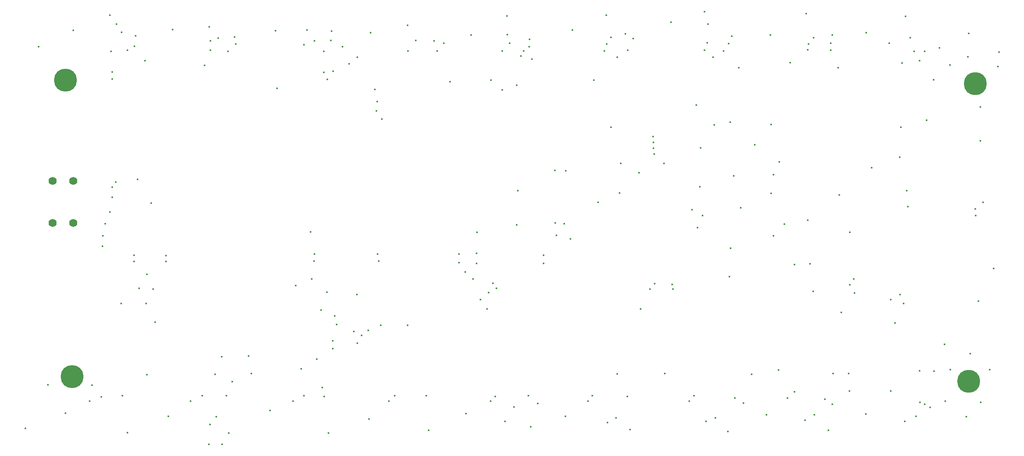
<source format=gbr>
%TF.GenerationSoftware,Altium Limited,Altium Designer,18.1.9 (240)*%
G04 Layer_Color=0*
%FSLAX26Y26*%
%MOIN*%
%TF.FileFunction,Plated,1,2,PTH,Drill*%
%TF.Part,Single*%
G01*
G75*
%TA.AperFunction,OtherDrill,Pad Free-8 (1505mil,4220mil)*%
%ADD86C,0.196850*%
%TA.AperFunction,OtherDrill,Pad Free-7 (1560mil,1680mil)*%
%ADD87C,0.196850*%
%TA.AperFunction,OtherDrill,Pad Free-5 (9230mil,1640mil)*%
%ADD88C,0.196850*%
%TA.AperFunction,OtherDrill,Pad Free-4 (9287.426mil,4190mil)*%
%ADD89C,0.196850*%
%TA.AperFunction,ComponentDrill*%
%ADD90C,0.069291*%
%TA.AperFunction,ViaDrill,NotFilled*%
%ADD91C,0.015000*%
D86*
X1505000Y4220000D02*
D03*
D87*
X1560000Y1680000D02*
D03*
D88*
X9230000Y1640000D02*
D03*
D89*
X9287426Y4190000D02*
D03*
D90*
X1395000Y2995945D02*
D03*
Y3355000D02*
D03*
X1570197Y2995945D02*
D03*
Y3355000D02*
D03*
D91*
X8640000Y3560000D02*
D03*
X9331451Y3700000D02*
D03*
Y3990000D02*
D03*
X8930000Y4223609D02*
D03*
X3315000Y4150000D02*
D03*
X6900000Y4005000D02*
D03*
X7855000Y3020870D02*
D03*
X7560000Y3408476D02*
D03*
X7610000Y3520000D02*
D03*
X9210000Y1335000D02*
D03*
X8350000Y1358024D02*
D03*
X7500000Y1351569D02*
D03*
X5780814Y1340000D02*
D03*
X4930000Y1364147D02*
D03*
X4100000Y1315000D02*
D03*
X3255000Y1390000D02*
D03*
X2385000Y1340000D02*
D03*
X1505000Y1365000D02*
D03*
X1568928Y4645000D02*
D03*
X2420000Y4653550D02*
D03*
X3300000Y4643431D02*
D03*
X4112638Y4625000D02*
D03*
X4975000Y4606462D02*
D03*
X9230000Y4620000D02*
D03*
X8355000Y4625000D02*
D03*
X7535000Y4606462D02*
D03*
X5840000Y4650000D02*
D03*
X6245000Y3254421D02*
D03*
X6061048Y3173032D02*
D03*
X7220000Y3401018D02*
D03*
X6936850Y3640000D02*
D03*
X7185000Y2535000D02*
D03*
X7540000Y3250000D02*
D03*
X6685000Y4715000D02*
D03*
X9335174Y1460000D02*
D03*
X8900000Y1415000D02*
D03*
X8855000Y1442025D02*
D03*
X1730000Y1605000D02*
D03*
X8815000Y1460000D02*
D03*
X8245769Y2515000D02*
D03*
X8710000Y3137196D02*
D03*
X1985000Y4630000D02*
D03*
X5545000Y1450000D02*
D03*
X7305000Y1451976D02*
D03*
X8065000Y1442025D02*
D03*
X9030000Y1470000D02*
D03*
X9244256Y1875000D02*
D03*
X8700000Y3271508D02*
D03*
X7195000Y2780000D02*
D03*
X6865000Y3110000D02*
D03*
X8730000Y4583191D02*
D03*
X7905000D02*
D03*
X6995000Y4539755D02*
D03*
X6170000Y4584755D02*
D03*
X5303550Y4535000D02*
D03*
X4500000Y4560000D02*
D03*
X3635000Y4555000D02*
D03*
X2810000Y4580245D02*
D03*
X8140000Y2230000D02*
D03*
X4320000Y1515000D02*
D03*
X5160000Y2480000D02*
D03*
X5190000Y2435000D02*
D03*
X6505000Y2430000D02*
D03*
X8215000Y2915000D02*
D03*
X8255000Y2395000D02*
D03*
X9290000Y3060000D02*
D03*
X4150000Y4140000D02*
D03*
X4000000Y4415000D02*
D03*
X2185000Y4385000D02*
D03*
X2237000Y3165000D02*
D03*
X2895000Y4465000D02*
D03*
X5495000Y4400000D02*
D03*
X5400000Y4425000D02*
D03*
X5470000Y4505000D02*
D03*
X5425000Y4468431D02*
D03*
X6970000Y4805000D02*
D03*
X7045000Y4415000D02*
D03*
X7135000Y4470000D02*
D03*
X7860000Y4530000D02*
D03*
X8810000Y4385000D02*
D03*
X9225000Y4420000D02*
D03*
X8765000Y4465000D02*
D03*
X8645000Y2384000D02*
D03*
X8565000Y2340000D02*
D03*
X8600000Y2140000D02*
D03*
X8675000Y2305000D02*
D03*
X6545000Y2475000D02*
D03*
X5595000Y2720000D02*
D03*
X6695174Y2470000D02*
D03*
X9355000Y3173032D02*
D03*
X9287426Y3117426D02*
D03*
X3715000Y4465000D02*
D03*
X1940000Y4700000D02*
D03*
X2095000Y4510000D02*
D03*
X2035000Y4475000D02*
D03*
X3775000Y4560000D02*
D03*
X4656569Y4555000D02*
D03*
X4199370Y2120000D02*
D03*
X1980000Y2305000D02*
D03*
X3970000Y2065000D02*
D03*
X4430000Y2120000D02*
D03*
X7655000Y2985000D02*
D03*
X7560000Y2885000D02*
D03*
X6910000Y2955000D02*
D03*
X1904000Y3303732D02*
D03*
X1905000Y3215000D02*
D03*
X1160000Y1235000D02*
D03*
X2730000Y1100000D02*
D03*
X2845000D02*
D03*
X7830000Y1305000D02*
D03*
X6010000Y1515000D02*
D03*
X5465000D02*
D03*
X5340000Y1420000D02*
D03*
X5180000Y1510000D02*
D03*
X5265000Y1295000D02*
D03*
X8810000Y1730000D02*
D03*
X9410000Y1740000D02*
D03*
X6880000Y1515000D02*
D03*
X7605000Y1735000D02*
D03*
X9075000Y1740000D02*
D03*
X8935000Y1725000D02*
D03*
X6225000Y1702336D02*
D03*
X7910000Y1351569D02*
D03*
X2090000Y2665000D02*
D03*
X2365000D02*
D03*
X3630000Y2670000D02*
D03*
X4185000D02*
D03*
X4870000Y2655630D02*
D03*
X5020000Y2650000D02*
D03*
X5595000D02*
D03*
X6700000Y2430000D02*
D03*
X5020000Y2735000D02*
D03*
X4870000Y2730000D02*
D03*
X4175000D02*
D03*
X3635000D02*
D03*
X2365000Y2715000D02*
D03*
X2090000Y2720000D02*
D03*
X1820000Y2795000D02*
D03*
X6254874Y3506508D02*
D03*
X6170000Y3815000D02*
D03*
X6624874Y3506508D02*
D03*
X9445000Y2605000D02*
D03*
X8980000Y4495000D02*
D03*
X8650000Y3815000D02*
D03*
X8550000Y4535000D02*
D03*
X8870000Y3875000D02*
D03*
X5705000Y2890000D02*
D03*
X5025000Y2915000D02*
D03*
X3600000Y2920000D02*
D03*
X5364608Y2980000D02*
D03*
X5374874Y3271508D02*
D03*
X4925000Y2575000D02*
D03*
X3475000Y2460000D02*
D03*
X3070000Y1855000D02*
D03*
X4990000Y2515000D02*
D03*
X3610000D02*
D03*
X2840000Y1850000D02*
D03*
X2785000Y1700000D02*
D03*
X2930000Y1635000D02*
D03*
X9315000Y2325000D02*
D03*
X5825000Y2860000D02*
D03*
X5770000Y2990000D02*
D03*
X5784874Y3441508D02*
D03*
X5125000Y2400000D02*
D03*
X5110000Y2260000D02*
D03*
X6409874Y3426508D02*
D03*
X6540000Y3585000D02*
D03*
X6425000Y2260000D02*
D03*
X2745000Y4555000D02*
D03*
X7279874Y3126508D02*
D03*
X7400000Y3665000D02*
D03*
X7055000Y3835000D02*
D03*
X7190000Y3860000D02*
D03*
X7540000Y3840000D02*
D03*
X5055000Y2340000D02*
D03*
X6535000Y3635000D02*
D03*
Y3685000D02*
D03*
X6530000Y3735000D02*
D03*
X5689874Y3446508D02*
D03*
X5695174Y2996486D02*
D03*
X9480000Y4335000D02*
D03*
X9490000Y4460000D02*
D03*
X9070000Y4350000D02*
D03*
X8400000Y3470000D02*
D03*
X8125000Y3235000D02*
D03*
X7740000Y2640000D02*
D03*
X7875000Y2645000D02*
D03*
X7900000Y2410000D02*
D03*
X2735000Y4675000D02*
D03*
X2960000Y4528431D02*
D03*
X3545000Y4523000D02*
D03*
X5240000Y4135000D02*
D03*
X5364608Y4175000D02*
D03*
X6360000Y4575000D02*
D03*
X5145000Y4220000D02*
D03*
X5280000Y4770000D02*
D03*
X4795000Y4205000D02*
D03*
X4740079Y4535079D02*
D03*
X4210000Y3885000D02*
D03*
X2950000Y4590000D02*
D03*
X4165000Y3955000D02*
D03*
X4430000Y4690000D02*
D03*
X3570000Y4650000D02*
D03*
X3780000Y4640000D02*
D03*
X4685000Y4470000D02*
D03*
X4435000D02*
D03*
X5285000Y4610000D02*
D03*
X6135000Y4530000D02*
D03*
X6295000Y4615000D02*
D03*
X7000000Y4700000D02*
D03*
X7176789Y4531642D02*
D03*
X8050000Y4535000D02*
D03*
X8065000Y4605000D02*
D03*
X8050000Y4475000D02*
D03*
X5240000Y4470000D02*
D03*
X3715000Y4285000D02*
D03*
X1905000Y4290000D02*
D03*
X3745000Y4225000D02*
D03*
X1905000Y4230000D02*
D03*
X4170000Y4035000D02*
D03*
X1885000Y4775000D02*
D03*
X6025000Y4220000D02*
D03*
X6225000Y4415000D02*
D03*
X8115000Y4325000D02*
D03*
X7265000D02*
D03*
X8660000Y4365000D02*
D03*
X8690000Y4765000D02*
D03*
X7705000Y4370000D02*
D03*
X7840000Y4790000D02*
D03*
X7205000Y4595000D02*
D03*
X6130000Y4775000D02*
D03*
X5475000Y4570000D02*
D03*
X1275000Y4505000D02*
D03*
X3795000Y4295000D02*
D03*
X2105000Y4600000D02*
D03*
X3930000Y4360000D02*
D03*
X2695000Y4345000D02*
D03*
X3875000Y4505000D02*
D03*
X1895000Y4465000D02*
D03*
X2745000Y4475000D02*
D03*
X6115000Y4470000D02*
D03*
X6315000Y4475000D02*
D03*
X6970000D02*
D03*
X7855000Y4480000D02*
D03*
X8855000Y4465000D02*
D03*
X3742000Y2404000D02*
D03*
X3996000Y2384000D02*
D03*
X2122000Y3371000D02*
D03*
X1935000Y3346000D02*
D03*
X4037000Y2033000D02*
D03*
X3825000Y2125000D02*
D03*
X4093000Y2075000D02*
D03*
X4000000Y1966252D02*
D03*
X3691000Y2248000D02*
D03*
X3808000Y2201000D02*
D03*
X6629000Y1706000D02*
D03*
X2270000Y2145000D02*
D03*
X1885000Y3090000D02*
D03*
X3790000Y1985000D02*
D03*
Y1920000D02*
D03*
X1845000Y2990000D02*
D03*
X1825000Y2885000D02*
D03*
X3655000Y1830000D02*
D03*
X3520000Y1745000D02*
D03*
X2135000Y2435000D02*
D03*
X2195000Y2305000D02*
D03*
X2200000Y2555000D02*
D03*
X2253284Y2430000D02*
D03*
X1355000Y1610000D02*
D03*
X1710000Y1470000D02*
D03*
X2200000Y1695000D02*
D03*
X2035000Y1200000D02*
D03*
X2575000Y1470000D02*
D03*
X3095000Y1705000D02*
D03*
X2900000Y1195000D02*
D03*
X3450000Y1470000D02*
D03*
X3755000Y1195000D02*
D03*
X4270000Y1470000D02*
D03*
X4610000Y1220000D02*
D03*
X5140000Y1470000D02*
D03*
X6929874Y3306508D02*
D03*
X6954874Y3058408D02*
D03*
X5485000Y1250000D02*
D03*
X5975000Y1470000D02*
D03*
X6335000Y1225000D02*
D03*
X6840000Y1470000D02*
D03*
X8565000Y1555000D02*
D03*
X8070000Y1705000D02*
D03*
X8030000Y1220000D02*
D03*
X8210000Y1555000D02*
D03*
X7679134Y1496569D02*
D03*
X7375000Y1700000D02*
D03*
X7170000Y1210000D02*
D03*
X9025000Y1955000D02*
D03*
X8205000Y1705000D02*
D03*
X1810000Y1505000D02*
D03*
X1990000Y1515000D02*
D03*
X2675000D02*
D03*
X2880000D02*
D03*
X8000000Y1485000D02*
D03*
X7230000Y1495000D02*
D03*
X6310000Y1510000D02*
D03*
X4590000Y1515000D02*
D03*
X3545000D02*
D03*
X3718432Y1510000D02*
D03*
X6215000Y1325000D02*
D03*
X6140000Y1285000D02*
D03*
X7740000Y1550000D02*
D03*
X3700000Y1585000D02*
D03*
X2740000Y1270000D02*
D03*
X2795000Y1335000D02*
D03*
X7065000Y1325000D02*
D03*
X6985000Y1295000D02*
D03*
X8685000D02*
D03*
X8780000Y1340000D02*
D03*
X8215000Y2465000D02*
D03*
%TF.MD5,4b09e8822e4b60c8a42b3828236f6bad*%
M02*

</source>
